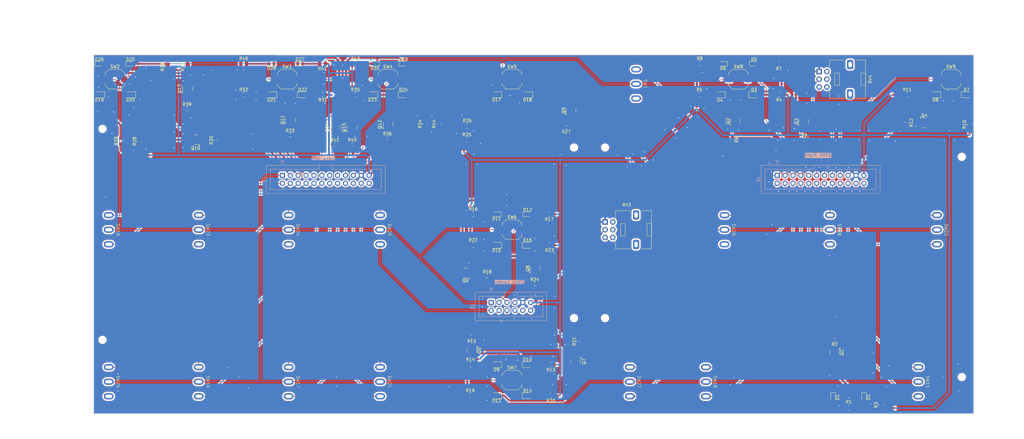
<source format=kicad_pcb>
(kicad_pcb
	(version 20240108)
	(generator "pcbnew")
	(generator_version "8.0")
	(general
		(thickness 1.6)
		(legacy_teardrops no)
	)
	(paper "A3")
	(layers
		(0 "F.Cu" signal)
		(31 "B.Cu" signal)
		(34 "B.Paste" user)
		(35 "F.Paste" user)
		(36 "B.SilkS" user "B.Silkscreen")
		(37 "F.SilkS" user "F.Silkscreen")
		(38 "B.Mask" user)
		(39 "F.Mask" user)
		(44 "Edge.Cuts" user)
		(45 "Margin" user)
		(46 "B.CrtYd" user "B.Courtyard")
		(47 "F.CrtYd" user "F.Courtyard")
		(48 "B.Fab" user)
		(49 "F.Fab" user)
	)
	(setup
		(stackup
			(layer "F.SilkS"
				(type "Top Silk Screen")
				(color "White")
			)
			(layer "F.Paste"
				(type "Top Solder Paste")
			)
			(layer "F.Mask"
				(type "Top Solder Mask")
				(color "Black")
				(thickness 0.01)
			)
			(layer "F.Cu"
				(type "copper")
				(thickness 0.035)
			)
			(layer "dielectric 1"
				(type "core")
				(thickness 1.51)
				(material "FR4")
				(epsilon_r 4.5)
				(loss_tangent 0.02)
			)
			(layer "B.Cu"
				(type "copper")
				(thickness 0.035)
			)
			(layer "B.Mask"
				(type "Bottom Solder Mask")
				(color "Black")
				(thickness 0.01)
			)
			(layer "B.Paste"
				(type "Bottom Solder Paste")
			)
			(layer "B.SilkS"
				(type "Bottom Silk Screen")
				(color "White")
			)
			(copper_finish "None")
			(dielectric_constraints yes)
		)
		(pad_to_mask_clearance 0)
		(allow_soldermask_bridges_in_footprints no)
		(pcbplotparams
			(layerselection 0x00010fc_ffffffff)
			(plot_on_all_layers_selection 0x0000000_00000000)
			(disableapertmacros no)
			(usegerberextensions no)
			(usegerberattributes yes)
			(usegerberadvancedattributes yes)
			(creategerberjobfile yes)
			(dashed_line_dash_ratio 12.000000)
			(dashed_line_gap_ratio 3.000000)
			(svgprecision 4)
			(plotframeref no)
			(viasonmask no)
			(mode 1)
			(useauxorigin no)
			(hpglpennumber 1)
			(hpglpenspeed 20)
			(hpglpendiameter 15.000000)
			(pdf_front_fp_property_popups yes)
			(pdf_back_fp_property_popups yes)
			(dxfpolygonmode yes)
			(dxfimperialunits yes)
			(dxfusepcbnewfont yes)
			(psnegative no)
			(psa4output no)
			(plotreference yes)
			(plotvalue yes)
			(plotfptext yes)
			(plotinvisibletext no)
			(sketchpadsonfab no)
			(subtractmaskfromsilk no)
			(outputformat 1)
			(mirror no)
			(drillshape 1)
			(scaleselection 1)
			(outputdirectory "")
		)
	)
	(net 0 "")
	(net 1 "Net-(D1-A)")
	(net 2 "Net-(D1-K)")
	(net 3 "Net-(D2-A)")
	(net 4 "Net-(D3-A)")
	(net 5 "Net-(D3-K)")
	(net 6 "Net-(D4-A)")
	(net 7 "Net-(D5-A)")
	(net 8 "Net-(D5-K)")
	(net 9 "Net-(D6-A)")
	(net 10 "Net-(D7-K)")
	(net 11 "Net-(D7-A)")
	(net 12 "Net-(D8-A)")
	(net 13 "Net-(D10-K)")
	(net 14 "Net-(D9-A)")
	(net 15 "Net-(D10-A)")
	(net 16 "Net-(D11-K)")
	(net 17 "Net-(D11-A)")
	(net 18 "Net-(D12-A)")
	(net 19 "Net-(D13-K)")
	(net 20 "Net-(D13-A)")
	(net 21 "Net-(D14-A)")
	(net 22 "Net-(D15-K)")
	(net 23 "Net-(D15-A)")
	(net 24 "Net-(D16-A)")
	(net 25 "Net-(D17-K)")
	(net 26 "Net-(D17-A)")
	(net 27 "Net-(D18-A)")
	(net 28 "Net-(D19-K)")
	(net 29 "Net-(D19-A)")
	(net 30 "Net-(D20-A)")
	(net 31 "Net-(D21-K)")
	(net 32 "Net-(D21-A)")
	(net 33 "Net-(D22-A)")
	(net 34 "Net-(D23-K)")
	(net 35 "Net-(D23-A)")
	(net 36 "Net-(D24-A)")
	(net 37 "Net-(D25-K)")
	(net 38 "Net-(D25-A)")
	(net 39 "Net-(D26-A)")
	(net 40 "Net-(D27-A)")
	(net 41 "Net-(D27-K)")
	(net 42 "Net-(D28-A)")
	(net 43 "Net-(D29-K)")
	(net 44 "Net-(D29-A)")
	(net 45 "Net-(D30-A)")
	(net 46 "GND")
	(net 47 "VBUS")
	(net 48 "+3V3")
	(net 49 "/WING AICE Button")
	(net 50 "/ENG 1 AICE Button")
	(net 51 "/ENG 2 AICE Button")
	(net 52 "/Window Heat Button")
	(net 53 "/APU MASTER Button")
	(net 54 "/APU START Button")
	(net 55 "/CAB PRESS MODE SEL Button")
	(net 56 "/Ditching Button")
	(net 57 "/Left LDG LT Retract")
	(net 58 "/Left LDG LT On")
	(net 59 "/Right LDG LT On")
	(net 60 "/Right LDG LT Retract")
	(net 61 "/No PEDs on")
	(net 62 "/Strobe On")
	(net 63 "/Strobe Off")
	(net 64 "/Nav Off")
	(net 65 "/Nav 2")
	(net 66 "/Nose LT TO")
	(net 67 "/Nose LT Off")
	(net 68 "/BEACON")
	(net 69 "/WING LT")
	(net 70 "/RWY TURN OFF")
	(net 71 "/Seatbelts off")
	(net 72 "/Seatbelts on")
	(net 73 "/No PEDs off")
	(net 74 "/ANN LT test")
	(net 75 "/ANN LT off")
	(net 76 "/EMER EXIT LT on")
	(net 77 "/EMER EXIT LT off")
	(net 78 "/Dome LT off")
	(net 79 "/Dome LT BRT")
	(net 80 "/Stdby Compass")
	(net 81 "/INTEG LT")
	(net 82 "/DITCHING ON LT")
	(net 83 "/LDG ELEV")
	(net 84 "/CAB MODE SEL MAN LT")
	(net 85 "/CAB MODE SEL FAULT LT")
	(net 86 "/MAN V{slash}S up")
	(net 87 "/MAN V{slash}S down")
	(net 88 "/WINDOW HEAT ON LT")
	(net 89 "/WING AICE ON LT")
	(net 90 "/WING AICE FAULT LT")
	(net 91 "/ENG 1 AICE ON LT")
	(net 92 "/ENG 1 AICE FAULT LT")
	(net 93 "/ENG 2 AICE FAULT LT")
	(net 94 "/ENG 2 AICE ON LT")
	(net 95 "/APU MASTER ON LT")
	(net 96 "/APU START ON LT")
	(net 97 "/APU AVAIL LT")
	(net 98 "/APU FAULT LT")
	(net 99 "/EMER EXIT OFF LT")
	(net 100 "unconnected-(J3-Pin_10-Pad10)")
	(footprint "Resistor_SMD:R_0805_2012Metric" (layer "F.Cu") (at 160.5 79))
	(footprint "LED_SMD:LED_0603_1608Metric" (layer "F.Cu") (at 324.5 186.5 -90))
	(footprint "Resistor_SMD:R_0603_1608Metric" (layer "F.Cu") (at 232.5 168.5 90))
	(footprint "NiasStuff:SW_Push_1TS009xxxx-xxxx-xxxx_6x6x5mm" (layer "F.Cu") (at 83 84))
	(footprint "LED_SMD:LED_0805_2012Metric" (layer "F.Cu") (at 166 89 180))
	(footprint "NiasStuff:SW_SPDT_YUEN-FUNG_MT-0-102-A101-M200-RS" (layer "F.Cu") (at 110 132.5 -90))
	(footprint "Resistor_SMD:R_0805_2012Metric" (layer "F.Cu") (at 106.5 80 90))
	(footprint "Resistor_SMD:R_0603_1608Metric" (layer "F.Cu") (at 115.5 103.675 90))
	(footprint "Resistor_SMD:R_0805_2012Metric" (layer "F.Cu") (at 223.5 186 180))
	(footprint "NiasStuff:SW_SPDT_YUEN-FUNG_MT-0-102-A101-M200-RS" (layer "F.Cu") (at 251 85.5 -90))
	(footprint "LED_SMD:LED_0805_2012Metric" (layer "F.Cu") (at 216 176))
	(footprint "Resistor_SMD:R_0805_2012Metric" (layer "F.Cu") (at 330 189 90))
	(footprint "LED_SMD:LED_0805_2012Metric" (layer "F.Cu") (at 206 137.5 180))
	(footprint "Package_TO_SOT_SMD:SOT-23" (layer "F.Cu") (at 305.05 97.5625 90))
	(footprint "MountingHole:MountingHole_2.2mm_M2" (layer "F.Cu") (at 79 100))
	(footprint "LED_SMD:LED_0805_2012Metric" (layer "F.Cu") (at 289 89))
	(footprint "Resistor_SMD:R_0805_2012Metric" (layer "F.Cu") (at 297 79 180))
	(footprint "Package_TO_SOT_SMD:SOT-23" (layer "F.Cu") (at 231.45 174.9375 -90))
	(footprint "MountingHole:MountingHole_2.2mm_M2" (layer "F.Cu") (at 231 106))
	(footprint "NiasStuff:SW_SPDT_YUEN-FUNG_MT-0-102-A101-M200-RS" (layer "F.Cu") (at 139 181.5 -90))
	(footprint "NiasStuff:SW_Push_1TS009xxxx-xxxx-xxxx_6x6x5mm" (layer "F.Cu") (at 211 181))
	(footprint "NiasStuff:SW_Push_1TS009xxxx-xxxx-xxxx_6x6x5mm" (layer "F.Cu") (at 171 84))
	(footprint "NiasStuff:SW_SPDT_YUEN-FUNG_MT-0-102-A101-M200-RS" (layer "F.Cu") (at 168.5 132.5 -90))
	(footprint "Resistor_SMD:R_0805_2012Metric" (layer "F.Cu") (at 319.5875 190 180))
	(footprint "NiasStuff:Potentiometer_Alps_RK09L_Double_Vertical" (layer "F.Cu") (at 310 81.5))
	(footprint "NiasStuff:SW_Push_1TS009xxxx-xxxx-xxxx_6x6x5mm" (layer "F.Cu") (at 211 84))
	(footprint "LED_SMD:LED_0805_2012Metric" (layer "F.Cu") (at 143.5 89))
	(footprint "LED_SMD:LED_0603_1608Metric" (layer "F.Cu") (at 142.7125 79))
	(footprint "LED_SMD:LED_0603_1608Metric" (layer "F.Cu") (at 206 127.5 180))
	(footprint "Resistor_SMD:R_0603_1608Metric" (layer "F.Cu") (at 203 147.5))
	(footprint "LED_SMD:LED_0805_2012Metric" (layer "F.Cu") (at 357.5 89))
	(footprint "MountingHole:MountingHole_2.2mm_M2" (layer "F.Cu") (at 356 109))
	(footprint "LED_SMD:LED_0603_1608Metric" (layer "F.Cu") (at 176 79))
	(footprint "Resistor_SMD:R_0805_2012Metric" (layer "F.Cu") (at 358.5 98.5875 90))
	(footprint "LED_SMD:LED_0805_2012Metric" (layer "F.Cu") (at 216 137.5))
	(footprint "NiasStuff:SW_SPDT_YUEN-FUNG_MT-0-102-A101-M200-RS"
		(locked yes)
		(layer "F.Cu")
		(uuid "513ff483-003d-4445-ac89-f4d3dd6fff94")
		(at 81 181.5 -90)
		(property "Reference" "SW25"
			(at 0 -3 -90)
			(unlocked yes)
			(layer "F.SilkS")
			(uuid "ec2ae40f-8e55-4a87-b6bb-8d801816d43f")
			(effects
				(font
					(size 1 1)
					(thickness 0.1)
				)
			)
		)
		(property "Value" "SW_SPST"
			(at 0 8.1 -90)
			(unlocked yes)
			(layer "F.Fab")
			(hide yes)
			(uuid "60026504-a3e4-4b05-9a24-f93dbd8d51a6")
			(effects
				(font
					(size 1 1)
					(thickness 0.15)
				)
			)
		)
		(property "Footprint" "NiasStuff:SW_SPDT_YUEN-FUNG_MT-0-102-A101-M200-RS"
			(at 0.1 -6.5 -90)
			(unlocked yes)
			(layer "F.Fab")
			(hide yes)
			(uuid "825f2b76-51b8-41fd-811f-4da984f9ccc5")
			(effects
				(font
					(size 1 1)
					(thickness 0.15)
				)
			)
		)
		(property "Datasheet" "https://www.lcsc.com/datasheet/lcsc_datasheet_2307200931_YUEN-FUNG-MT-0-102-A101-M200-RS_C1788492.pdf"
			(at 0 0 -90)
			(unlocked yes)
			(layer "F.Fab")
			(hide yes)
			(uuid "9b25c86c-4fb6-4759-bd58-1d58fd4b67e1")
			(effects
				(font
					(size 1 1)
					(thickness 0.15)
				)
			)
		)
		(property "Description" ""
			(at 0 0 -90)
			(unlocked yes)
			(layer "F.Fab")
			(hide yes)
			(uuid "7a944b6e-58d1-4ccb-bf38-48ea9d2a93e8")
			(effects
				(font
					(size 1 1)
					(thickness 0.15)
				)
			)
		)
		(property "JLCPCB Part" "C1788492"
			(at 0 0 -90)
			(unlocked yes)
			(layer "F.Fab")
			(hide yes)
			(uuid "90768103-d9c4-4e2d-afa5-2c944f030b04")
			(effects
				(font
					(size 1 1)
					(thickness 0.15)
				)
			)
		)
		(property "Manufracturer" "YUEN FUNG"
			(at 0 0 -90)
			(unlocked yes)
			(layer "F.Fab")
			(hide yes)
			(uuid "bd25abb4-9182-45df-94b0-5ec6c65081a3")
			(effects
				(font
					(size 1 1)
					(thickness 0.15)
				)
			)
		)
		(property "Manufracturer Part Number" "MT-0-102-A101-M200-RS"
			(at 0 0 -90)
			(unlocked yes)
			(layer "F.Fab")
			(hide yes)
			(uuid "ceab7f91-d8c5-4afa-8082-8a82d012ce89")
			(effects
				(font
					(size 1 1)
					(thickness 0.15)
				)
			)
		)
		(path "/0263dc3b-3ea3-4090-987a-65d4859f6197/bd6b90cf-8fd9-4ec8-88d6-eae4bc24129f")
		(sheetname "Knobs and switches")
		(sheetfile "knobs-switches.kicad_sch")
		(attr through_hole)
		(fp_line
			(start -6.5 4)
			(end -6.5 -4)
			(stroke
				(width 0.05)
				(type default)
			)
			(layer "F.CrtYd")
			(uuid "58322ae0-dda1-4760-a401-1bf766216eab")
		)
		(fp_line
			(start 0 4)
			(end -6.5 4)
			(stroke
				(width 0.05)
				(type default)
			)
			(layer "F.CrtYd")
			(uuid "8c91dfe8-913c-49ee-80c6-648376bcbf00")
		)
		(fp_line
			(start 0 4)
			(end 6.5 4)
			(stroke
				(width 0.05)
				(type default)
			)
			(layer "F
... [1316019 chars truncated]
</source>
